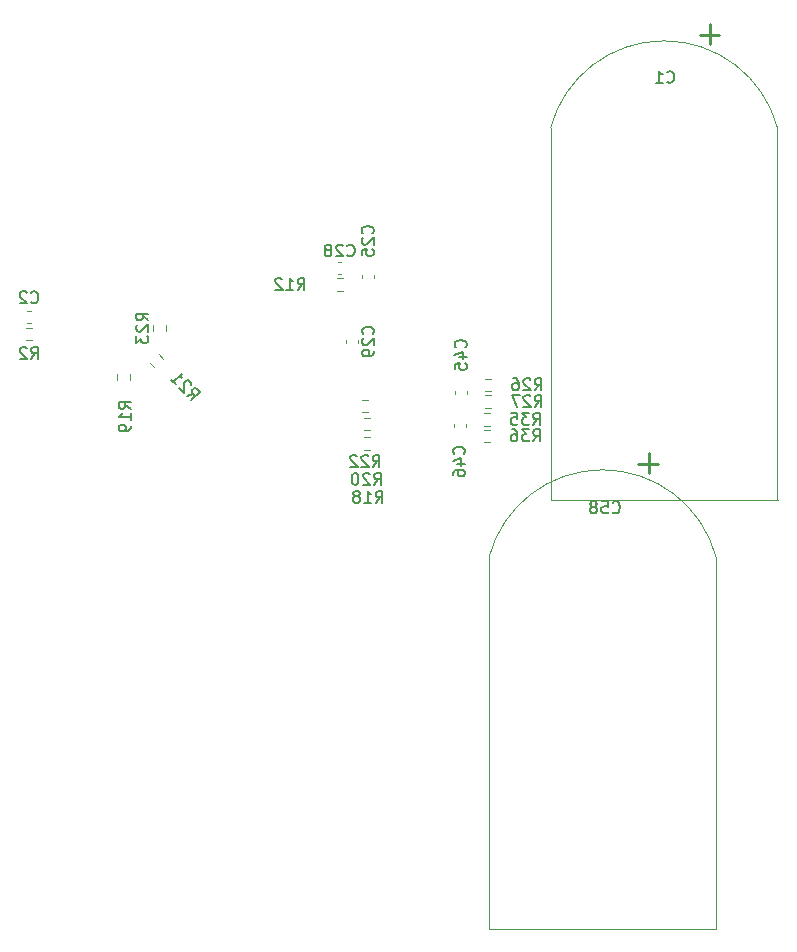
<source format=gbo>
G04 #@! TF.GenerationSoftware,KiCad,Pcbnew,8.0.0*
G04 #@! TF.CreationDate,2024-03-03T15:27:08-08:00*
G04 #@! TF.ProjectId,BLDC_Motor Controller,424c4443-5f4d-46f7-946f-7220436f6e74,rev01_1*
G04 #@! TF.SameCoordinates,Original*
G04 #@! TF.FileFunction,Legend,Bot*
G04 #@! TF.FilePolarity,Positive*
%FSLAX46Y46*%
G04 Gerber Fmt 4.6, Leading zero omitted, Abs format (unit mm)*
G04 Created by KiCad (PCBNEW 8.0.0) date 2024-03-03 15:27:08*
%MOMM*%
%LPD*%
G01*
G04 APERTURE LIST*
%ADD10C,0.150000*%
%ADD11C,0.120000*%
%ADD12C,0.254000*%
G04 APERTURE END LIST*
D10*
X212355580Y-141089142D02*
X212403200Y-141041523D01*
X212403200Y-141041523D02*
X212450819Y-140898666D01*
X212450819Y-140898666D02*
X212450819Y-140803428D01*
X212450819Y-140803428D02*
X212403200Y-140660571D01*
X212403200Y-140660571D02*
X212307961Y-140565333D01*
X212307961Y-140565333D02*
X212212723Y-140517714D01*
X212212723Y-140517714D02*
X212022247Y-140470095D01*
X212022247Y-140470095D02*
X211879390Y-140470095D01*
X211879390Y-140470095D02*
X211688914Y-140517714D01*
X211688914Y-140517714D02*
X211593676Y-140565333D01*
X211593676Y-140565333D02*
X211498438Y-140660571D01*
X211498438Y-140660571D02*
X211450819Y-140803428D01*
X211450819Y-140803428D02*
X211450819Y-140898666D01*
X211450819Y-140898666D02*
X211498438Y-141041523D01*
X211498438Y-141041523D02*
X211546057Y-141089142D01*
X211546057Y-141470095D02*
X211498438Y-141517714D01*
X211498438Y-141517714D02*
X211450819Y-141612952D01*
X211450819Y-141612952D02*
X211450819Y-141851047D01*
X211450819Y-141851047D02*
X211498438Y-141946285D01*
X211498438Y-141946285D02*
X211546057Y-141993904D01*
X211546057Y-141993904D02*
X211641295Y-142041523D01*
X211641295Y-142041523D02*
X211736533Y-142041523D01*
X211736533Y-142041523D02*
X211879390Y-141993904D01*
X211879390Y-141993904D02*
X212450819Y-141422476D01*
X212450819Y-141422476D02*
X212450819Y-142041523D01*
X212450819Y-142517714D02*
X212450819Y-142708190D01*
X212450819Y-142708190D02*
X212403200Y-142803428D01*
X212403200Y-142803428D02*
X212355580Y-142851047D01*
X212355580Y-142851047D02*
X212212723Y-142946285D01*
X212212723Y-142946285D02*
X212022247Y-142993904D01*
X212022247Y-142993904D02*
X211641295Y-142993904D01*
X211641295Y-142993904D02*
X211546057Y-142946285D01*
X211546057Y-142946285D02*
X211498438Y-142898666D01*
X211498438Y-142898666D02*
X211450819Y-142803428D01*
X211450819Y-142803428D02*
X211450819Y-142612952D01*
X211450819Y-142612952D02*
X211498438Y-142517714D01*
X211498438Y-142517714D02*
X211546057Y-142470095D01*
X211546057Y-142470095D02*
X211641295Y-142422476D01*
X211641295Y-142422476D02*
X211879390Y-142422476D01*
X211879390Y-142422476D02*
X211974628Y-142470095D01*
X211974628Y-142470095D02*
X212022247Y-142517714D01*
X212022247Y-142517714D02*
X212069866Y-142612952D01*
X212069866Y-142612952D02*
X212069866Y-142803428D01*
X212069866Y-142803428D02*
X212022247Y-142898666D01*
X212022247Y-142898666D02*
X211974628Y-142946285D01*
X211974628Y-142946285D02*
X211879390Y-142993904D01*
X183427666Y-138408580D02*
X183475285Y-138456200D01*
X183475285Y-138456200D02*
X183618142Y-138503819D01*
X183618142Y-138503819D02*
X183713380Y-138503819D01*
X183713380Y-138503819D02*
X183856237Y-138456200D01*
X183856237Y-138456200D02*
X183951475Y-138360961D01*
X183951475Y-138360961D02*
X183999094Y-138265723D01*
X183999094Y-138265723D02*
X184046713Y-138075247D01*
X184046713Y-138075247D02*
X184046713Y-137932390D01*
X184046713Y-137932390D02*
X183999094Y-137741914D01*
X183999094Y-137741914D02*
X183951475Y-137646676D01*
X183951475Y-137646676D02*
X183856237Y-137551438D01*
X183856237Y-137551438D02*
X183713380Y-137503819D01*
X183713380Y-137503819D02*
X183618142Y-137503819D01*
X183618142Y-137503819D02*
X183475285Y-137551438D01*
X183475285Y-137551438D02*
X183427666Y-137599057D01*
X183046713Y-137599057D02*
X182999094Y-137551438D01*
X182999094Y-137551438D02*
X182903856Y-137503819D01*
X182903856Y-137503819D02*
X182665761Y-137503819D01*
X182665761Y-137503819D02*
X182570523Y-137551438D01*
X182570523Y-137551438D02*
X182522904Y-137599057D01*
X182522904Y-137599057D02*
X182475285Y-137694295D01*
X182475285Y-137694295D02*
X182475285Y-137789533D01*
X182475285Y-137789533D02*
X182522904Y-137932390D01*
X182522904Y-137932390D02*
X183094332Y-138503819D01*
X183094332Y-138503819D02*
X182475285Y-138503819D01*
X191843819Y-147439142D02*
X191367628Y-147105809D01*
X191843819Y-146867714D02*
X190843819Y-146867714D01*
X190843819Y-146867714D02*
X190843819Y-147248666D01*
X190843819Y-147248666D02*
X190891438Y-147343904D01*
X190891438Y-147343904D02*
X190939057Y-147391523D01*
X190939057Y-147391523D02*
X191034295Y-147439142D01*
X191034295Y-147439142D02*
X191177152Y-147439142D01*
X191177152Y-147439142D02*
X191272390Y-147391523D01*
X191272390Y-147391523D02*
X191320009Y-147343904D01*
X191320009Y-147343904D02*
X191367628Y-147248666D01*
X191367628Y-147248666D02*
X191367628Y-146867714D01*
X191843819Y-148391523D02*
X191843819Y-147820095D01*
X191843819Y-148105809D02*
X190843819Y-148105809D01*
X190843819Y-148105809D02*
X190986676Y-148010571D01*
X190986676Y-148010571D02*
X191081914Y-147915333D01*
X191081914Y-147915333D02*
X191129533Y-147820095D01*
X191843819Y-148867714D02*
X191843819Y-149058190D01*
X191843819Y-149058190D02*
X191796200Y-149153428D01*
X191796200Y-149153428D02*
X191748580Y-149201047D01*
X191748580Y-149201047D02*
X191605723Y-149296285D01*
X191605723Y-149296285D02*
X191415247Y-149343904D01*
X191415247Y-149343904D02*
X191034295Y-149343904D01*
X191034295Y-149343904D02*
X190939057Y-149296285D01*
X190939057Y-149296285D02*
X190891438Y-149248666D01*
X190891438Y-149248666D02*
X190843819Y-149153428D01*
X190843819Y-149153428D02*
X190843819Y-148962952D01*
X190843819Y-148962952D02*
X190891438Y-148867714D01*
X190891438Y-148867714D02*
X190939057Y-148820095D01*
X190939057Y-148820095D02*
X191034295Y-148772476D01*
X191034295Y-148772476D02*
X191272390Y-148772476D01*
X191272390Y-148772476D02*
X191367628Y-148820095D01*
X191367628Y-148820095D02*
X191415247Y-148867714D01*
X191415247Y-148867714D02*
X191462866Y-148962952D01*
X191462866Y-148962952D02*
X191462866Y-149153428D01*
X191462866Y-149153428D02*
X191415247Y-149248666D01*
X191415247Y-149248666D02*
X191367628Y-149296285D01*
X191367628Y-149296285D02*
X191272390Y-149343904D01*
X212478857Y-153870819D02*
X212812190Y-153394628D01*
X213050285Y-153870819D02*
X213050285Y-152870819D01*
X213050285Y-152870819D02*
X212669333Y-152870819D01*
X212669333Y-152870819D02*
X212574095Y-152918438D01*
X212574095Y-152918438D02*
X212526476Y-152966057D01*
X212526476Y-152966057D02*
X212478857Y-153061295D01*
X212478857Y-153061295D02*
X212478857Y-153204152D01*
X212478857Y-153204152D02*
X212526476Y-153299390D01*
X212526476Y-153299390D02*
X212574095Y-153347009D01*
X212574095Y-153347009D02*
X212669333Y-153394628D01*
X212669333Y-153394628D02*
X213050285Y-153394628D01*
X212097904Y-152966057D02*
X212050285Y-152918438D01*
X212050285Y-152918438D02*
X211955047Y-152870819D01*
X211955047Y-152870819D02*
X211716952Y-152870819D01*
X211716952Y-152870819D02*
X211621714Y-152918438D01*
X211621714Y-152918438D02*
X211574095Y-152966057D01*
X211574095Y-152966057D02*
X211526476Y-153061295D01*
X211526476Y-153061295D02*
X211526476Y-153156533D01*
X211526476Y-153156533D02*
X211574095Y-153299390D01*
X211574095Y-153299390D02*
X212145523Y-153870819D01*
X212145523Y-153870819D02*
X211526476Y-153870819D01*
X210907428Y-152870819D02*
X210812190Y-152870819D01*
X210812190Y-152870819D02*
X210716952Y-152918438D01*
X210716952Y-152918438D02*
X210669333Y-152966057D01*
X210669333Y-152966057D02*
X210621714Y-153061295D01*
X210621714Y-153061295D02*
X210574095Y-153251771D01*
X210574095Y-153251771D02*
X210574095Y-153489866D01*
X210574095Y-153489866D02*
X210621714Y-153680342D01*
X210621714Y-153680342D02*
X210669333Y-153775580D01*
X210669333Y-153775580D02*
X210716952Y-153823200D01*
X210716952Y-153823200D02*
X210812190Y-153870819D01*
X210812190Y-153870819D02*
X210907428Y-153870819D01*
X210907428Y-153870819D02*
X211002666Y-153823200D01*
X211002666Y-153823200D02*
X211050285Y-153775580D01*
X211050285Y-153775580D02*
X211097904Y-153680342D01*
X211097904Y-153680342D02*
X211145523Y-153489866D01*
X211145523Y-153489866D02*
X211145523Y-153251771D01*
X211145523Y-153251771D02*
X211097904Y-153061295D01*
X211097904Y-153061295D02*
X211050285Y-152966057D01*
X211050285Y-152966057D02*
X211002666Y-152918438D01*
X211002666Y-152918438D02*
X210907428Y-152870819D01*
X232671857Y-156188580D02*
X232719476Y-156236200D01*
X232719476Y-156236200D02*
X232862333Y-156283819D01*
X232862333Y-156283819D02*
X232957571Y-156283819D01*
X232957571Y-156283819D02*
X233100428Y-156236200D01*
X233100428Y-156236200D02*
X233195666Y-156140961D01*
X233195666Y-156140961D02*
X233243285Y-156045723D01*
X233243285Y-156045723D02*
X233290904Y-155855247D01*
X233290904Y-155855247D02*
X233290904Y-155712390D01*
X233290904Y-155712390D02*
X233243285Y-155521914D01*
X233243285Y-155521914D02*
X233195666Y-155426676D01*
X233195666Y-155426676D02*
X233100428Y-155331438D01*
X233100428Y-155331438D02*
X232957571Y-155283819D01*
X232957571Y-155283819D02*
X232862333Y-155283819D01*
X232862333Y-155283819D02*
X232719476Y-155331438D01*
X232719476Y-155331438D02*
X232671857Y-155379057D01*
X231767095Y-155283819D02*
X232243285Y-155283819D01*
X232243285Y-155283819D02*
X232290904Y-155760009D01*
X232290904Y-155760009D02*
X232243285Y-155712390D01*
X232243285Y-155712390D02*
X232148047Y-155664771D01*
X232148047Y-155664771D02*
X231909952Y-155664771D01*
X231909952Y-155664771D02*
X231814714Y-155712390D01*
X231814714Y-155712390D02*
X231767095Y-155760009D01*
X231767095Y-155760009D02*
X231719476Y-155855247D01*
X231719476Y-155855247D02*
X231719476Y-156093342D01*
X231719476Y-156093342D02*
X231767095Y-156188580D01*
X231767095Y-156188580D02*
X231814714Y-156236200D01*
X231814714Y-156236200D02*
X231909952Y-156283819D01*
X231909952Y-156283819D02*
X232148047Y-156283819D01*
X232148047Y-156283819D02*
X232243285Y-156236200D01*
X232243285Y-156236200D02*
X232290904Y-156188580D01*
X231148047Y-155712390D02*
X231243285Y-155664771D01*
X231243285Y-155664771D02*
X231290904Y-155617152D01*
X231290904Y-155617152D02*
X231338523Y-155521914D01*
X231338523Y-155521914D02*
X231338523Y-155474295D01*
X231338523Y-155474295D02*
X231290904Y-155379057D01*
X231290904Y-155379057D02*
X231243285Y-155331438D01*
X231243285Y-155331438D02*
X231148047Y-155283819D01*
X231148047Y-155283819D02*
X230957571Y-155283819D01*
X230957571Y-155283819D02*
X230862333Y-155331438D01*
X230862333Y-155331438D02*
X230814714Y-155379057D01*
X230814714Y-155379057D02*
X230767095Y-155474295D01*
X230767095Y-155474295D02*
X230767095Y-155521914D01*
X230767095Y-155521914D02*
X230814714Y-155617152D01*
X230814714Y-155617152D02*
X230862333Y-155664771D01*
X230862333Y-155664771D02*
X230957571Y-155712390D01*
X230957571Y-155712390D02*
X231148047Y-155712390D01*
X231148047Y-155712390D02*
X231243285Y-155760009D01*
X231243285Y-155760009D02*
X231290904Y-155807628D01*
X231290904Y-155807628D02*
X231338523Y-155902866D01*
X231338523Y-155902866D02*
X231338523Y-156093342D01*
X231338523Y-156093342D02*
X231290904Y-156188580D01*
X231290904Y-156188580D02*
X231243285Y-156236200D01*
X231243285Y-156236200D02*
X231148047Y-156283819D01*
X231148047Y-156283819D02*
X230957571Y-156283819D01*
X230957571Y-156283819D02*
X230862333Y-156236200D01*
X230862333Y-156236200D02*
X230814714Y-156188580D01*
X230814714Y-156188580D02*
X230767095Y-156093342D01*
X230767095Y-156093342D02*
X230767095Y-155902866D01*
X230767095Y-155902866D02*
X230814714Y-155807628D01*
X230814714Y-155807628D02*
X230862333Y-155760009D01*
X230862333Y-155760009D02*
X230957571Y-155712390D01*
X225940857Y-150187819D02*
X226274190Y-149711628D01*
X226512285Y-150187819D02*
X226512285Y-149187819D01*
X226512285Y-149187819D02*
X226131333Y-149187819D01*
X226131333Y-149187819D02*
X226036095Y-149235438D01*
X226036095Y-149235438D02*
X225988476Y-149283057D01*
X225988476Y-149283057D02*
X225940857Y-149378295D01*
X225940857Y-149378295D02*
X225940857Y-149521152D01*
X225940857Y-149521152D02*
X225988476Y-149616390D01*
X225988476Y-149616390D02*
X226036095Y-149664009D01*
X226036095Y-149664009D02*
X226131333Y-149711628D01*
X226131333Y-149711628D02*
X226512285Y-149711628D01*
X225607523Y-149187819D02*
X224988476Y-149187819D01*
X224988476Y-149187819D02*
X225321809Y-149568771D01*
X225321809Y-149568771D02*
X225178952Y-149568771D01*
X225178952Y-149568771D02*
X225083714Y-149616390D01*
X225083714Y-149616390D02*
X225036095Y-149664009D01*
X225036095Y-149664009D02*
X224988476Y-149759247D01*
X224988476Y-149759247D02*
X224988476Y-149997342D01*
X224988476Y-149997342D02*
X225036095Y-150092580D01*
X225036095Y-150092580D02*
X225083714Y-150140200D01*
X225083714Y-150140200D02*
X225178952Y-150187819D01*
X225178952Y-150187819D02*
X225464666Y-150187819D01*
X225464666Y-150187819D02*
X225559904Y-150140200D01*
X225559904Y-150140200D02*
X225607523Y-150092580D01*
X224131333Y-149187819D02*
X224321809Y-149187819D01*
X224321809Y-149187819D02*
X224417047Y-149235438D01*
X224417047Y-149235438D02*
X224464666Y-149283057D01*
X224464666Y-149283057D02*
X224559904Y-149425914D01*
X224559904Y-149425914D02*
X224607523Y-149616390D01*
X224607523Y-149616390D02*
X224607523Y-149997342D01*
X224607523Y-149997342D02*
X224559904Y-150092580D01*
X224559904Y-150092580D02*
X224512285Y-150140200D01*
X224512285Y-150140200D02*
X224417047Y-150187819D01*
X224417047Y-150187819D02*
X224226571Y-150187819D01*
X224226571Y-150187819D02*
X224131333Y-150140200D01*
X224131333Y-150140200D02*
X224083714Y-150092580D01*
X224083714Y-150092580D02*
X224036095Y-149997342D01*
X224036095Y-149997342D02*
X224036095Y-149759247D01*
X224036095Y-149759247D02*
X224083714Y-149664009D01*
X224083714Y-149664009D02*
X224131333Y-149616390D01*
X224131333Y-149616390D02*
X224226571Y-149568771D01*
X224226571Y-149568771D02*
X224417047Y-149568771D01*
X224417047Y-149568771D02*
X224512285Y-149616390D01*
X224512285Y-149616390D02*
X224559904Y-149664009D01*
X224559904Y-149664009D02*
X224607523Y-149759247D01*
X210192857Y-134438580D02*
X210240476Y-134486200D01*
X210240476Y-134486200D02*
X210383333Y-134533819D01*
X210383333Y-134533819D02*
X210478571Y-134533819D01*
X210478571Y-134533819D02*
X210621428Y-134486200D01*
X210621428Y-134486200D02*
X210716666Y-134390961D01*
X210716666Y-134390961D02*
X210764285Y-134295723D01*
X210764285Y-134295723D02*
X210811904Y-134105247D01*
X210811904Y-134105247D02*
X210811904Y-133962390D01*
X210811904Y-133962390D02*
X210764285Y-133771914D01*
X210764285Y-133771914D02*
X210716666Y-133676676D01*
X210716666Y-133676676D02*
X210621428Y-133581438D01*
X210621428Y-133581438D02*
X210478571Y-133533819D01*
X210478571Y-133533819D02*
X210383333Y-133533819D01*
X210383333Y-133533819D02*
X210240476Y-133581438D01*
X210240476Y-133581438D02*
X210192857Y-133629057D01*
X209811904Y-133629057D02*
X209764285Y-133581438D01*
X209764285Y-133581438D02*
X209669047Y-133533819D01*
X209669047Y-133533819D02*
X209430952Y-133533819D01*
X209430952Y-133533819D02*
X209335714Y-133581438D01*
X209335714Y-133581438D02*
X209288095Y-133629057D01*
X209288095Y-133629057D02*
X209240476Y-133724295D01*
X209240476Y-133724295D02*
X209240476Y-133819533D01*
X209240476Y-133819533D02*
X209288095Y-133962390D01*
X209288095Y-133962390D02*
X209859523Y-134533819D01*
X209859523Y-134533819D02*
X209240476Y-134533819D01*
X208669047Y-133962390D02*
X208764285Y-133914771D01*
X208764285Y-133914771D02*
X208811904Y-133867152D01*
X208811904Y-133867152D02*
X208859523Y-133771914D01*
X208859523Y-133771914D02*
X208859523Y-133724295D01*
X208859523Y-133724295D02*
X208811904Y-133629057D01*
X208811904Y-133629057D02*
X208764285Y-133581438D01*
X208764285Y-133581438D02*
X208669047Y-133533819D01*
X208669047Y-133533819D02*
X208478571Y-133533819D01*
X208478571Y-133533819D02*
X208383333Y-133581438D01*
X208383333Y-133581438D02*
X208335714Y-133629057D01*
X208335714Y-133629057D02*
X208288095Y-133724295D01*
X208288095Y-133724295D02*
X208288095Y-133771914D01*
X208288095Y-133771914D02*
X208335714Y-133867152D01*
X208335714Y-133867152D02*
X208383333Y-133914771D01*
X208383333Y-133914771D02*
X208478571Y-133962390D01*
X208478571Y-133962390D02*
X208669047Y-133962390D01*
X208669047Y-133962390D02*
X208764285Y-134010009D01*
X208764285Y-134010009D02*
X208811904Y-134057628D01*
X208811904Y-134057628D02*
X208859523Y-134152866D01*
X208859523Y-134152866D02*
X208859523Y-134343342D01*
X208859523Y-134343342D02*
X208811904Y-134438580D01*
X208811904Y-134438580D02*
X208764285Y-134486200D01*
X208764285Y-134486200D02*
X208669047Y-134533819D01*
X208669047Y-134533819D02*
X208478571Y-134533819D01*
X208478571Y-134533819D02*
X208383333Y-134486200D01*
X208383333Y-134486200D02*
X208335714Y-134438580D01*
X208335714Y-134438580D02*
X208288095Y-134343342D01*
X208288095Y-134343342D02*
X208288095Y-134152866D01*
X208288095Y-134152866D02*
X208335714Y-134057628D01*
X208335714Y-134057628D02*
X208383333Y-134010009D01*
X208383333Y-134010009D02*
X208478571Y-133962390D01*
X212605857Y-155394819D02*
X212939190Y-154918628D01*
X213177285Y-155394819D02*
X213177285Y-154394819D01*
X213177285Y-154394819D02*
X212796333Y-154394819D01*
X212796333Y-154394819D02*
X212701095Y-154442438D01*
X212701095Y-154442438D02*
X212653476Y-154490057D01*
X212653476Y-154490057D02*
X212605857Y-154585295D01*
X212605857Y-154585295D02*
X212605857Y-154728152D01*
X212605857Y-154728152D02*
X212653476Y-154823390D01*
X212653476Y-154823390D02*
X212701095Y-154871009D01*
X212701095Y-154871009D02*
X212796333Y-154918628D01*
X212796333Y-154918628D02*
X213177285Y-154918628D01*
X211653476Y-155394819D02*
X212224904Y-155394819D01*
X211939190Y-155394819D02*
X211939190Y-154394819D01*
X211939190Y-154394819D02*
X212034428Y-154537676D01*
X212034428Y-154537676D02*
X212129666Y-154632914D01*
X212129666Y-154632914D02*
X212224904Y-154680533D01*
X211082047Y-154823390D02*
X211177285Y-154775771D01*
X211177285Y-154775771D02*
X211224904Y-154728152D01*
X211224904Y-154728152D02*
X211272523Y-154632914D01*
X211272523Y-154632914D02*
X211272523Y-154585295D01*
X211272523Y-154585295D02*
X211224904Y-154490057D01*
X211224904Y-154490057D02*
X211177285Y-154442438D01*
X211177285Y-154442438D02*
X211082047Y-154394819D01*
X211082047Y-154394819D02*
X210891571Y-154394819D01*
X210891571Y-154394819D02*
X210796333Y-154442438D01*
X210796333Y-154442438D02*
X210748714Y-154490057D01*
X210748714Y-154490057D02*
X210701095Y-154585295D01*
X210701095Y-154585295D02*
X210701095Y-154632914D01*
X210701095Y-154632914D02*
X210748714Y-154728152D01*
X210748714Y-154728152D02*
X210796333Y-154775771D01*
X210796333Y-154775771D02*
X210891571Y-154823390D01*
X210891571Y-154823390D02*
X211082047Y-154823390D01*
X211082047Y-154823390D02*
X211177285Y-154871009D01*
X211177285Y-154871009D02*
X211224904Y-154918628D01*
X211224904Y-154918628D02*
X211272523Y-155013866D01*
X211272523Y-155013866D02*
X211272523Y-155204342D01*
X211272523Y-155204342D02*
X211224904Y-155299580D01*
X211224904Y-155299580D02*
X211177285Y-155347200D01*
X211177285Y-155347200D02*
X211082047Y-155394819D01*
X211082047Y-155394819D02*
X210891571Y-155394819D01*
X210891571Y-155394819D02*
X210796333Y-155347200D01*
X210796333Y-155347200D02*
X210748714Y-155299580D01*
X210748714Y-155299580D02*
X210701095Y-155204342D01*
X210701095Y-155204342D02*
X210701095Y-155013866D01*
X210701095Y-155013866D02*
X210748714Y-154918628D01*
X210748714Y-154918628D02*
X210796333Y-154871009D01*
X210796333Y-154871009D02*
X210891571Y-154823390D01*
X193334819Y-139946142D02*
X192858628Y-139612809D01*
X193334819Y-139374714D02*
X192334819Y-139374714D01*
X192334819Y-139374714D02*
X192334819Y-139755666D01*
X192334819Y-139755666D02*
X192382438Y-139850904D01*
X192382438Y-139850904D02*
X192430057Y-139898523D01*
X192430057Y-139898523D02*
X192525295Y-139946142D01*
X192525295Y-139946142D02*
X192668152Y-139946142D01*
X192668152Y-139946142D02*
X192763390Y-139898523D01*
X192763390Y-139898523D02*
X192811009Y-139850904D01*
X192811009Y-139850904D02*
X192858628Y-139755666D01*
X192858628Y-139755666D02*
X192858628Y-139374714D01*
X192430057Y-140327095D02*
X192382438Y-140374714D01*
X192382438Y-140374714D02*
X192334819Y-140469952D01*
X192334819Y-140469952D02*
X192334819Y-140708047D01*
X192334819Y-140708047D02*
X192382438Y-140803285D01*
X192382438Y-140803285D02*
X192430057Y-140850904D01*
X192430057Y-140850904D02*
X192525295Y-140898523D01*
X192525295Y-140898523D02*
X192620533Y-140898523D01*
X192620533Y-140898523D02*
X192763390Y-140850904D01*
X192763390Y-140850904D02*
X193334819Y-140279476D01*
X193334819Y-140279476D02*
X193334819Y-140898523D01*
X192334819Y-141231857D02*
X192334819Y-141850904D01*
X192334819Y-141850904D02*
X192715771Y-141517571D01*
X192715771Y-141517571D02*
X192715771Y-141660428D01*
X192715771Y-141660428D02*
X192763390Y-141755666D01*
X192763390Y-141755666D02*
X192811009Y-141803285D01*
X192811009Y-141803285D02*
X192906247Y-141850904D01*
X192906247Y-141850904D02*
X193144342Y-141850904D01*
X193144342Y-141850904D02*
X193239580Y-141803285D01*
X193239580Y-141803285D02*
X193287200Y-141755666D01*
X193287200Y-141755666D02*
X193334819Y-141660428D01*
X193334819Y-141660428D02*
X193334819Y-141374714D01*
X193334819Y-141374714D02*
X193287200Y-141279476D01*
X193287200Y-141279476D02*
X193239580Y-141231857D01*
X225940857Y-148790819D02*
X226274190Y-148314628D01*
X226512285Y-148790819D02*
X226512285Y-147790819D01*
X226512285Y-147790819D02*
X226131333Y-147790819D01*
X226131333Y-147790819D02*
X226036095Y-147838438D01*
X226036095Y-147838438D02*
X225988476Y-147886057D01*
X225988476Y-147886057D02*
X225940857Y-147981295D01*
X225940857Y-147981295D02*
X225940857Y-148124152D01*
X225940857Y-148124152D02*
X225988476Y-148219390D01*
X225988476Y-148219390D02*
X226036095Y-148267009D01*
X226036095Y-148267009D02*
X226131333Y-148314628D01*
X226131333Y-148314628D02*
X226512285Y-148314628D01*
X225607523Y-147790819D02*
X224988476Y-147790819D01*
X224988476Y-147790819D02*
X225321809Y-148171771D01*
X225321809Y-148171771D02*
X225178952Y-148171771D01*
X225178952Y-148171771D02*
X225083714Y-148219390D01*
X225083714Y-148219390D02*
X225036095Y-148267009D01*
X225036095Y-148267009D02*
X224988476Y-148362247D01*
X224988476Y-148362247D02*
X224988476Y-148600342D01*
X224988476Y-148600342D02*
X225036095Y-148695580D01*
X225036095Y-148695580D02*
X225083714Y-148743200D01*
X225083714Y-148743200D02*
X225178952Y-148790819D01*
X225178952Y-148790819D02*
X225464666Y-148790819D01*
X225464666Y-148790819D02*
X225559904Y-148743200D01*
X225559904Y-148743200D02*
X225607523Y-148695580D01*
X224083714Y-147790819D02*
X224559904Y-147790819D01*
X224559904Y-147790819D02*
X224607523Y-148267009D01*
X224607523Y-148267009D02*
X224559904Y-148219390D01*
X224559904Y-148219390D02*
X224464666Y-148171771D01*
X224464666Y-148171771D02*
X224226571Y-148171771D01*
X224226571Y-148171771D02*
X224131333Y-148219390D01*
X224131333Y-148219390D02*
X224083714Y-148267009D01*
X224083714Y-148267009D02*
X224036095Y-148362247D01*
X224036095Y-148362247D02*
X224036095Y-148600342D01*
X224036095Y-148600342D02*
X224083714Y-148695580D01*
X224083714Y-148695580D02*
X224131333Y-148743200D01*
X224131333Y-148743200D02*
X224226571Y-148790819D01*
X224226571Y-148790819D02*
X224464666Y-148790819D01*
X224464666Y-148790819D02*
X224559904Y-148743200D01*
X224559904Y-148743200D02*
X224607523Y-148695580D01*
X196601963Y-146318174D02*
X197174382Y-146217159D01*
X197006024Y-146722235D02*
X197713130Y-146015128D01*
X197713130Y-146015128D02*
X197443756Y-145745754D01*
X197443756Y-145745754D02*
X197342741Y-145712082D01*
X197342741Y-145712082D02*
X197275398Y-145712082D01*
X197275398Y-145712082D02*
X197174382Y-145745754D01*
X197174382Y-145745754D02*
X197073367Y-145846769D01*
X197073367Y-145846769D02*
X197039695Y-145947785D01*
X197039695Y-145947785D02*
X197039695Y-146015128D01*
X197039695Y-146015128D02*
X197073367Y-146116143D01*
X197073367Y-146116143D02*
X197342741Y-146385517D01*
X196972352Y-145409037D02*
X196972352Y-145341693D01*
X196972352Y-145341693D02*
X196938680Y-145240678D01*
X196938680Y-145240678D02*
X196770321Y-145072319D01*
X196770321Y-145072319D02*
X196669306Y-145038647D01*
X196669306Y-145038647D02*
X196601963Y-145038647D01*
X196601963Y-145038647D02*
X196500947Y-145072319D01*
X196500947Y-145072319D02*
X196433604Y-145139663D01*
X196433604Y-145139663D02*
X196366260Y-145274350D01*
X196366260Y-145274350D02*
X196366260Y-146082472D01*
X196366260Y-146082472D02*
X195928528Y-145644739D01*
X195255092Y-144971304D02*
X195659153Y-145375365D01*
X195457123Y-145173334D02*
X196164230Y-144466227D01*
X196164230Y-144466227D02*
X196130558Y-144634586D01*
X196130558Y-144634586D02*
X196130558Y-144769273D01*
X196130558Y-144769273D02*
X196164230Y-144870288D01*
X226067857Y-145869819D02*
X226401190Y-145393628D01*
X226639285Y-145869819D02*
X226639285Y-144869819D01*
X226639285Y-144869819D02*
X226258333Y-144869819D01*
X226258333Y-144869819D02*
X226163095Y-144917438D01*
X226163095Y-144917438D02*
X226115476Y-144965057D01*
X226115476Y-144965057D02*
X226067857Y-145060295D01*
X226067857Y-145060295D02*
X226067857Y-145203152D01*
X226067857Y-145203152D02*
X226115476Y-145298390D01*
X226115476Y-145298390D02*
X226163095Y-145346009D01*
X226163095Y-145346009D02*
X226258333Y-145393628D01*
X226258333Y-145393628D02*
X226639285Y-145393628D01*
X225686904Y-144965057D02*
X225639285Y-144917438D01*
X225639285Y-144917438D02*
X225544047Y-144869819D01*
X225544047Y-144869819D02*
X225305952Y-144869819D01*
X225305952Y-144869819D02*
X225210714Y-144917438D01*
X225210714Y-144917438D02*
X225163095Y-144965057D01*
X225163095Y-144965057D02*
X225115476Y-145060295D01*
X225115476Y-145060295D02*
X225115476Y-145155533D01*
X225115476Y-145155533D02*
X225163095Y-145298390D01*
X225163095Y-145298390D02*
X225734523Y-145869819D01*
X225734523Y-145869819D02*
X225115476Y-145869819D01*
X224258333Y-144869819D02*
X224448809Y-144869819D01*
X224448809Y-144869819D02*
X224544047Y-144917438D01*
X224544047Y-144917438D02*
X224591666Y-144965057D01*
X224591666Y-144965057D02*
X224686904Y-145107914D01*
X224686904Y-145107914D02*
X224734523Y-145298390D01*
X224734523Y-145298390D02*
X224734523Y-145679342D01*
X224734523Y-145679342D02*
X224686904Y-145774580D01*
X224686904Y-145774580D02*
X224639285Y-145822200D01*
X224639285Y-145822200D02*
X224544047Y-145869819D01*
X224544047Y-145869819D02*
X224353571Y-145869819D01*
X224353571Y-145869819D02*
X224258333Y-145822200D01*
X224258333Y-145822200D02*
X224210714Y-145774580D01*
X224210714Y-145774580D02*
X224163095Y-145679342D01*
X224163095Y-145679342D02*
X224163095Y-145441247D01*
X224163095Y-145441247D02*
X224210714Y-145346009D01*
X224210714Y-145346009D02*
X224258333Y-145298390D01*
X224258333Y-145298390D02*
X224353571Y-145250771D01*
X224353571Y-145250771D02*
X224544047Y-145250771D01*
X224544047Y-145250771D02*
X224639285Y-145298390D01*
X224639285Y-145298390D02*
X224686904Y-145346009D01*
X224686904Y-145346009D02*
X224734523Y-145441247D01*
X206001857Y-137360819D02*
X206335190Y-136884628D01*
X206573285Y-137360819D02*
X206573285Y-136360819D01*
X206573285Y-136360819D02*
X206192333Y-136360819D01*
X206192333Y-136360819D02*
X206097095Y-136408438D01*
X206097095Y-136408438D02*
X206049476Y-136456057D01*
X206049476Y-136456057D02*
X206001857Y-136551295D01*
X206001857Y-136551295D02*
X206001857Y-136694152D01*
X206001857Y-136694152D02*
X206049476Y-136789390D01*
X206049476Y-136789390D02*
X206097095Y-136837009D01*
X206097095Y-136837009D02*
X206192333Y-136884628D01*
X206192333Y-136884628D02*
X206573285Y-136884628D01*
X205049476Y-137360819D02*
X205620904Y-137360819D01*
X205335190Y-137360819D02*
X205335190Y-136360819D01*
X205335190Y-136360819D02*
X205430428Y-136503676D01*
X205430428Y-136503676D02*
X205525666Y-136598914D01*
X205525666Y-136598914D02*
X205620904Y-136646533D01*
X204668523Y-136456057D02*
X204620904Y-136408438D01*
X204620904Y-136408438D02*
X204525666Y-136360819D01*
X204525666Y-136360819D02*
X204287571Y-136360819D01*
X204287571Y-136360819D02*
X204192333Y-136408438D01*
X204192333Y-136408438D02*
X204144714Y-136456057D01*
X204144714Y-136456057D02*
X204097095Y-136551295D01*
X204097095Y-136551295D02*
X204097095Y-136646533D01*
X204097095Y-136646533D02*
X204144714Y-136789390D01*
X204144714Y-136789390D02*
X204716142Y-137360819D01*
X204716142Y-137360819D02*
X204097095Y-137360819D01*
X212322580Y-132580142D02*
X212370200Y-132532523D01*
X212370200Y-132532523D02*
X212417819Y-132389666D01*
X212417819Y-132389666D02*
X212417819Y-132294428D01*
X212417819Y-132294428D02*
X212370200Y-132151571D01*
X212370200Y-132151571D02*
X212274961Y-132056333D01*
X212274961Y-132056333D02*
X212179723Y-132008714D01*
X212179723Y-132008714D02*
X211989247Y-131961095D01*
X211989247Y-131961095D02*
X211846390Y-131961095D01*
X211846390Y-131961095D02*
X211655914Y-132008714D01*
X211655914Y-132008714D02*
X211560676Y-132056333D01*
X211560676Y-132056333D02*
X211465438Y-132151571D01*
X211465438Y-132151571D02*
X211417819Y-132294428D01*
X211417819Y-132294428D02*
X211417819Y-132389666D01*
X211417819Y-132389666D02*
X211465438Y-132532523D01*
X211465438Y-132532523D02*
X211513057Y-132580142D01*
X211513057Y-132961095D02*
X211465438Y-133008714D01*
X211465438Y-133008714D02*
X211417819Y-133103952D01*
X211417819Y-133103952D02*
X211417819Y-133342047D01*
X211417819Y-133342047D02*
X211465438Y-133437285D01*
X211465438Y-133437285D02*
X211513057Y-133484904D01*
X211513057Y-133484904D02*
X211608295Y-133532523D01*
X211608295Y-133532523D02*
X211703533Y-133532523D01*
X211703533Y-133532523D02*
X211846390Y-133484904D01*
X211846390Y-133484904D02*
X212417819Y-132913476D01*
X212417819Y-132913476D02*
X212417819Y-133532523D01*
X211417819Y-134437285D02*
X211417819Y-133961095D01*
X211417819Y-133961095D02*
X211894009Y-133913476D01*
X211894009Y-133913476D02*
X211846390Y-133961095D01*
X211846390Y-133961095D02*
X211798771Y-134056333D01*
X211798771Y-134056333D02*
X211798771Y-134294428D01*
X211798771Y-134294428D02*
X211846390Y-134389666D01*
X211846390Y-134389666D02*
X211894009Y-134437285D01*
X211894009Y-134437285D02*
X211989247Y-134484904D01*
X211989247Y-134484904D02*
X212227342Y-134484904D01*
X212227342Y-134484904D02*
X212322580Y-134437285D01*
X212322580Y-134437285D02*
X212370200Y-134389666D01*
X212370200Y-134389666D02*
X212417819Y-134294428D01*
X212417819Y-134294428D02*
X212417819Y-134056333D01*
X212417819Y-134056333D02*
X212370200Y-133961095D01*
X212370200Y-133961095D02*
X212322580Y-133913476D01*
X237275666Y-119739580D02*
X237323285Y-119787200D01*
X237323285Y-119787200D02*
X237466142Y-119834819D01*
X237466142Y-119834819D02*
X237561380Y-119834819D01*
X237561380Y-119834819D02*
X237704237Y-119787200D01*
X237704237Y-119787200D02*
X237799475Y-119691961D01*
X237799475Y-119691961D02*
X237847094Y-119596723D01*
X237847094Y-119596723D02*
X237894713Y-119406247D01*
X237894713Y-119406247D02*
X237894713Y-119263390D01*
X237894713Y-119263390D02*
X237847094Y-119072914D01*
X237847094Y-119072914D02*
X237799475Y-118977676D01*
X237799475Y-118977676D02*
X237704237Y-118882438D01*
X237704237Y-118882438D02*
X237561380Y-118834819D01*
X237561380Y-118834819D02*
X237466142Y-118834819D01*
X237466142Y-118834819D02*
X237323285Y-118882438D01*
X237323285Y-118882438D02*
X237275666Y-118930057D01*
X236323285Y-119834819D02*
X236894713Y-119834819D01*
X236608999Y-119834819D02*
X236608999Y-118834819D01*
X236608999Y-118834819D02*
X236704237Y-118977676D01*
X236704237Y-118977676D02*
X236799475Y-119072914D01*
X236799475Y-119072914D02*
X236894713Y-119120533D01*
X212351857Y-152346819D02*
X212685190Y-151870628D01*
X212923285Y-152346819D02*
X212923285Y-151346819D01*
X212923285Y-151346819D02*
X212542333Y-151346819D01*
X212542333Y-151346819D02*
X212447095Y-151394438D01*
X212447095Y-151394438D02*
X212399476Y-151442057D01*
X212399476Y-151442057D02*
X212351857Y-151537295D01*
X212351857Y-151537295D02*
X212351857Y-151680152D01*
X212351857Y-151680152D02*
X212399476Y-151775390D01*
X212399476Y-151775390D02*
X212447095Y-151823009D01*
X212447095Y-151823009D02*
X212542333Y-151870628D01*
X212542333Y-151870628D02*
X212923285Y-151870628D01*
X211970904Y-151442057D02*
X211923285Y-151394438D01*
X211923285Y-151394438D02*
X211828047Y-151346819D01*
X211828047Y-151346819D02*
X211589952Y-151346819D01*
X211589952Y-151346819D02*
X211494714Y-151394438D01*
X211494714Y-151394438D02*
X211447095Y-151442057D01*
X211447095Y-151442057D02*
X211399476Y-151537295D01*
X211399476Y-151537295D02*
X211399476Y-151632533D01*
X211399476Y-151632533D02*
X211447095Y-151775390D01*
X211447095Y-151775390D02*
X212018523Y-152346819D01*
X212018523Y-152346819D02*
X211399476Y-152346819D01*
X211018523Y-151442057D02*
X210970904Y-151394438D01*
X210970904Y-151394438D02*
X210875666Y-151346819D01*
X210875666Y-151346819D02*
X210637571Y-151346819D01*
X210637571Y-151346819D02*
X210542333Y-151394438D01*
X210542333Y-151394438D02*
X210494714Y-151442057D01*
X210494714Y-151442057D02*
X210447095Y-151537295D01*
X210447095Y-151537295D02*
X210447095Y-151632533D01*
X210447095Y-151632533D02*
X210494714Y-151775390D01*
X210494714Y-151775390D02*
X211066142Y-152346819D01*
X211066142Y-152346819D02*
X210447095Y-152346819D01*
X220069580Y-151249142D02*
X220117200Y-151201523D01*
X220117200Y-151201523D02*
X220164819Y-151058666D01*
X220164819Y-151058666D02*
X220164819Y-150963428D01*
X220164819Y-150963428D02*
X220117200Y-150820571D01*
X220117200Y-150820571D02*
X220021961Y-150725333D01*
X220021961Y-150725333D02*
X219926723Y-150677714D01*
X219926723Y-150677714D02*
X219736247Y-150630095D01*
X219736247Y-150630095D02*
X219593390Y-150630095D01*
X219593390Y-150630095D02*
X219402914Y-150677714D01*
X219402914Y-150677714D02*
X219307676Y-150725333D01*
X219307676Y-150725333D02*
X219212438Y-150820571D01*
X219212438Y-150820571D02*
X219164819Y-150963428D01*
X219164819Y-150963428D02*
X219164819Y-151058666D01*
X219164819Y-151058666D02*
X219212438Y-151201523D01*
X219212438Y-151201523D02*
X219260057Y-151249142D01*
X219498152Y-152106285D02*
X220164819Y-152106285D01*
X219117200Y-151868190D02*
X219831485Y-151630095D01*
X219831485Y-151630095D02*
X219831485Y-152249142D01*
X219164819Y-153058666D02*
X219164819Y-152868190D01*
X219164819Y-152868190D02*
X219212438Y-152772952D01*
X219212438Y-152772952D02*
X219260057Y-152725333D01*
X219260057Y-152725333D02*
X219402914Y-152630095D01*
X219402914Y-152630095D02*
X219593390Y-152582476D01*
X219593390Y-152582476D02*
X219974342Y-152582476D01*
X219974342Y-152582476D02*
X220069580Y-152630095D01*
X220069580Y-152630095D02*
X220117200Y-152677714D01*
X220117200Y-152677714D02*
X220164819Y-152772952D01*
X220164819Y-152772952D02*
X220164819Y-152963428D01*
X220164819Y-152963428D02*
X220117200Y-153058666D01*
X220117200Y-153058666D02*
X220069580Y-153106285D01*
X220069580Y-153106285D02*
X219974342Y-153153904D01*
X219974342Y-153153904D02*
X219736247Y-153153904D01*
X219736247Y-153153904D02*
X219641009Y-153106285D01*
X219641009Y-153106285D02*
X219593390Y-153058666D01*
X219593390Y-153058666D02*
X219545771Y-152963428D01*
X219545771Y-152963428D02*
X219545771Y-152772952D01*
X219545771Y-152772952D02*
X219593390Y-152677714D01*
X219593390Y-152677714D02*
X219641009Y-152630095D01*
X219641009Y-152630095D02*
X219736247Y-152582476D01*
X220196580Y-142232142D02*
X220244200Y-142184523D01*
X220244200Y-142184523D02*
X220291819Y-142041666D01*
X220291819Y-142041666D02*
X220291819Y-141946428D01*
X220291819Y-141946428D02*
X220244200Y-141803571D01*
X220244200Y-141803571D02*
X220148961Y-141708333D01*
X220148961Y-141708333D02*
X220053723Y-141660714D01*
X220053723Y-141660714D02*
X219863247Y-141613095D01*
X219863247Y-141613095D02*
X219720390Y-141613095D01*
X219720390Y-141613095D02*
X219529914Y-141660714D01*
X219529914Y-141660714D02*
X219434676Y-141708333D01*
X219434676Y-141708333D02*
X219339438Y-141803571D01*
X219339438Y-141803571D02*
X219291819Y-141946428D01*
X219291819Y-141946428D02*
X219291819Y-142041666D01*
X219291819Y-142041666D02*
X219339438Y-142184523D01*
X219339438Y-142184523D02*
X219387057Y-142232142D01*
X219625152Y-143089285D02*
X220291819Y-143089285D01*
X219244200Y-142851190D02*
X219958485Y-142613095D01*
X219958485Y-142613095D02*
X219958485Y-143232142D01*
X219291819Y-144089285D02*
X219291819Y-143613095D01*
X219291819Y-143613095D02*
X219768009Y-143565476D01*
X219768009Y-143565476D02*
X219720390Y-143613095D01*
X219720390Y-143613095D02*
X219672771Y-143708333D01*
X219672771Y-143708333D02*
X219672771Y-143946428D01*
X219672771Y-143946428D02*
X219720390Y-144041666D01*
X219720390Y-144041666D02*
X219768009Y-144089285D01*
X219768009Y-144089285D02*
X219863247Y-144136904D01*
X219863247Y-144136904D02*
X220101342Y-144136904D01*
X220101342Y-144136904D02*
X220196580Y-144089285D01*
X220196580Y-144089285D02*
X220244200Y-144041666D01*
X220244200Y-144041666D02*
X220291819Y-143946428D01*
X220291819Y-143946428D02*
X220291819Y-143708333D01*
X220291819Y-143708333D02*
X220244200Y-143613095D01*
X220244200Y-143613095D02*
X220196580Y-143565476D01*
X183427666Y-143202819D02*
X183760999Y-142726628D01*
X183999094Y-143202819D02*
X183999094Y-142202819D01*
X183999094Y-142202819D02*
X183618142Y-142202819D01*
X183618142Y-142202819D02*
X183522904Y-142250438D01*
X183522904Y-142250438D02*
X183475285Y-142298057D01*
X183475285Y-142298057D02*
X183427666Y-142393295D01*
X183427666Y-142393295D02*
X183427666Y-142536152D01*
X183427666Y-142536152D02*
X183475285Y-142631390D01*
X183475285Y-142631390D02*
X183522904Y-142679009D01*
X183522904Y-142679009D02*
X183618142Y-142726628D01*
X183618142Y-142726628D02*
X183999094Y-142726628D01*
X183046713Y-142298057D02*
X182999094Y-142250438D01*
X182999094Y-142250438D02*
X182903856Y-142202819D01*
X182903856Y-142202819D02*
X182665761Y-142202819D01*
X182665761Y-142202819D02*
X182570523Y-142250438D01*
X182570523Y-142250438D02*
X182522904Y-142298057D01*
X182522904Y-142298057D02*
X182475285Y-142393295D01*
X182475285Y-142393295D02*
X182475285Y-142488533D01*
X182475285Y-142488533D02*
X182522904Y-142631390D01*
X182522904Y-142631390D02*
X183094332Y-143202819D01*
X183094332Y-143202819D02*
X182475285Y-143202819D01*
X226067857Y-147266819D02*
X226401190Y-146790628D01*
X226639285Y-147266819D02*
X226639285Y-146266819D01*
X226639285Y-146266819D02*
X226258333Y-146266819D01*
X226258333Y-146266819D02*
X226163095Y-146314438D01*
X226163095Y-146314438D02*
X226115476Y-146362057D01*
X226115476Y-146362057D02*
X226067857Y-146457295D01*
X226067857Y-146457295D02*
X226067857Y-146600152D01*
X226067857Y-146600152D02*
X226115476Y-146695390D01*
X226115476Y-146695390D02*
X226163095Y-146743009D01*
X226163095Y-146743009D02*
X226258333Y-146790628D01*
X226258333Y-146790628D02*
X226639285Y-146790628D01*
X225686904Y-146362057D02*
X225639285Y-146314438D01*
X225639285Y-146314438D02*
X225544047Y-146266819D01*
X225544047Y-146266819D02*
X225305952Y-146266819D01*
X225305952Y-146266819D02*
X225210714Y-146314438D01*
X225210714Y-146314438D02*
X225163095Y-146362057D01*
X225163095Y-146362057D02*
X225115476Y-146457295D01*
X225115476Y-146457295D02*
X225115476Y-146552533D01*
X225115476Y-146552533D02*
X225163095Y-146695390D01*
X225163095Y-146695390D02*
X225734523Y-147266819D01*
X225734523Y-147266819D02*
X225115476Y-147266819D01*
X224782142Y-146266819D02*
X224115476Y-146266819D01*
X224115476Y-146266819D02*
X224544047Y-147266819D01*
D11*
X210056000Y-141872580D02*
X210056000Y-141591420D01*
X211076000Y-141872580D02*
X211076000Y-141591420D01*
X183401580Y-139190000D02*
X183120420Y-139190000D01*
X183401580Y-140210000D02*
X183120420Y-140210000D01*
X190739500Y-144525276D02*
X190739500Y-145034724D01*
X191784500Y-144525276D02*
X191784500Y-145034724D01*
X211581276Y-148194500D02*
X212090724Y-148194500D01*
X211581276Y-149239500D02*
X212090724Y-149239500D01*
X222207000Y-159948000D02*
X222202314Y-191448000D01*
X222207000Y-191448000D02*
X241416372Y-191448000D01*
D12*
X234817998Y-152073400D02*
X236494402Y-152073400D01*
X235707000Y-152911602D02*
X235707000Y-151184398D01*
D11*
X241407000Y-191448000D02*
X241407000Y-159948000D01*
X222207001Y-159948000D02*
G75*
G02*
X241406999Y-159948000I9599999J-2600001D01*
G01*
X221741276Y-149210500D02*
X222250724Y-149210500D01*
X221741276Y-150255500D02*
X222250724Y-150255500D01*
X209690580Y-134999000D02*
X209409420Y-134999000D01*
X209690580Y-136019000D02*
X209409420Y-136019000D01*
X211581276Y-149845500D02*
X212090724Y-149845500D01*
X211581276Y-150890500D02*
X212090724Y-150890500D01*
X193787500Y-140334276D02*
X193787500Y-140843724D01*
X194832500Y-140334276D02*
X194832500Y-140843724D01*
X221741276Y-147813500D02*
X222250724Y-147813500D01*
X221741276Y-148858500D02*
X222250724Y-148858500D01*
X193506420Y-143572346D02*
X193866654Y-143932580D01*
X194245346Y-142833420D02*
X194605580Y-143193654D01*
X221868276Y-144892500D02*
X222377724Y-144892500D01*
X221868276Y-145937500D02*
X222377724Y-145937500D01*
X209804724Y-136383500D02*
X209295276Y-136383500D01*
X209804724Y-137428500D02*
X209295276Y-137428500D01*
X211453000Y-136122775D02*
X211453000Y-136403935D01*
X212473000Y-136122775D02*
X212473000Y-136403935D01*
X227414000Y-123626000D02*
X227409314Y-155126000D01*
X227414000Y-155126000D02*
X246623372Y-155126000D01*
D12*
X240024998Y-115751400D02*
X241701402Y-115751400D01*
X240914000Y-116589602D02*
X240914000Y-114862398D01*
D11*
X246614000Y-155126000D02*
X246614000Y-123626000D01*
X227414001Y-123626000D02*
G75*
G02*
X246613999Y-123626000I9599999J-2600001D01*
G01*
X211454276Y-146670500D02*
X211963724Y-146670500D01*
X211454276Y-147715500D02*
X211963724Y-147715500D01*
X219200000Y-148703420D02*
X219200000Y-148984580D01*
X220220000Y-148703420D02*
X220220000Y-148984580D01*
X219327000Y-145909420D02*
X219327000Y-146190580D01*
X220347000Y-145909420D02*
X220347000Y-146190580D01*
X183515724Y-140574500D02*
X183006276Y-140574500D01*
X183515724Y-141619500D02*
X183006276Y-141619500D01*
X221868276Y-146289500D02*
X222377724Y-146289500D01*
X221868276Y-147334500D02*
X222377724Y-147334500D01*
M02*

</source>
